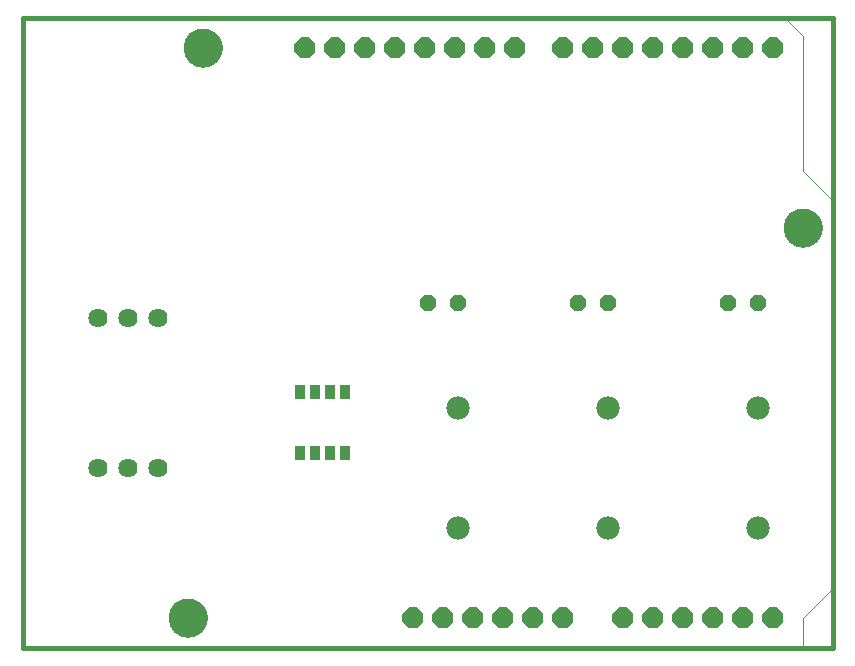
<source format=gts>
G75*
%MOIN*%
%OFA0B0*%
%FSLAX25Y25*%
%IPPOS*%
%LPD*%
%AMOC8*
5,1,8,0,0,1.08239X$1,22.5*
%
%ADD10C,0.01600*%
%ADD11C,0.06400*%
%ADD12OC8,0.05600*%
%ADD13C,0.07800*%
%ADD14C,0.00000*%
%ADD15OC8,0.07000*%
%ADD16C,0.12998*%
%ADD17R,0.03400X0.04900*%
D10*
X0027000Y0005000D02*
X0297000Y0005000D01*
X0297000Y0215000D01*
X0027000Y0215000D01*
X0027000Y0005000D01*
D11*
X0052000Y0065000D03*
X0062000Y0065000D03*
X0072000Y0065000D03*
X0072000Y0115000D03*
X0062000Y0115000D03*
X0052000Y0115000D03*
D12*
X0162000Y0120000D03*
X0172000Y0120000D03*
X0212000Y0120000D03*
X0222000Y0120000D03*
X0262000Y0120000D03*
X0272000Y0120000D03*
D13*
X0272000Y0085000D03*
X0222000Y0085000D03*
X0172000Y0085000D03*
X0172000Y0045000D03*
X0222000Y0045000D03*
X0272000Y0045000D03*
D14*
X0027000Y0005000D02*
X0027000Y0215000D01*
X0281000Y0215000D01*
X0287000Y0209000D01*
X0287000Y0164000D01*
X0297000Y0154000D01*
X0297000Y0025000D01*
X0287000Y0015000D01*
X0287000Y0005000D01*
X0027000Y0005000D01*
X0075701Y0015000D02*
X0075703Y0015158D01*
X0075709Y0015316D01*
X0075719Y0015474D01*
X0075733Y0015632D01*
X0075751Y0015789D01*
X0075772Y0015946D01*
X0075798Y0016102D01*
X0075828Y0016258D01*
X0075861Y0016413D01*
X0075899Y0016566D01*
X0075940Y0016719D01*
X0075985Y0016871D01*
X0076034Y0017022D01*
X0076087Y0017171D01*
X0076143Y0017319D01*
X0076203Y0017465D01*
X0076267Y0017610D01*
X0076335Y0017753D01*
X0076406Y0017895D01*
X0076480Y0018035D01*
X0076558Y0018172D01*
X0076640Y0018308D01*
X0076724Y0018442D01*
X0076813Y0018573D01*
X0076904Y0018702D01*
X0076999Y0018829D01*
X0077096Y0018954D01*
X0077197Y0019076D01*
X0077301Y0019195D01*
X0077408Y0019312D01*
X0077518Y0019426D01*
X0077631Y0019537D01*
X0077746Y0019646D01*
X0077864Y0019751D01*
X0077985Y0019853D01*
X0078108Y0019953D01*
X0078234Y0020049D01*
X0078362Y0020142D01*
X0078492Y0020232D01*
X0078625Y0020318D01*
X0078760Y0020402D01*
X0078896Y0020481D01*
X0079035Y0020558D01*
X0079176Y0020630D01*
X0079318Y0020700D01*
X0079462Y0020765D01*
X0079608Y0020827D01*
X0079755Y0020885D01*
X0079904Y0020940D01*
X0080054Y0020991D01*
X0080205Y0021038D01*
X0080357Y0021081D01*
X0080510Y0021120D01*
X0080665Y0021156D01*
X0080820Y0021187D01*
X0080976Y0021215D01*
X0081132Y0021239D01*
X0081289Y0021259D01*
X0081447Y0021275D01*
X0081604Y0021287D01*
X0081763Y0021295D01*
X0081921Y0021299D01*
X0082079Y0021299D01*
X0082237Y0021295D01*
X0082396Y0021287D01*
X0082553Y0021275D01*
X0082711Y0021259D01*
X0082868Y0021239D01*
X0083024Y0021215D01*
X0083180Y0021187D01*
X0083335Y0021156D01*
X0083490Y0021120D01*
X0083643Y0021081D01*
X0083795Y0021038D01*
X0083946Y0020991D01*
X0084096Y0020940D01*
X0084245Y0020885D01*
X0084392Y0020827D01*
X0084538Y0020765D01*
X0084682Y0020700D01*
X0084824Y0020630D01*
X0084965Y0020558D01*
X0085104Y0020481D01*
X0085240Y0020402D01*
X0085375Y0020318D01*
X0085508Y0020232D01*
X0085638Y0020142D01*
X0085766Y0020049D01*
X0085892Y0019953D01*
X0086015Y0019853D01*
X0086136Y0019751D01*
X0086254Y0019646D01*
X0086369Y0019537D01*
X0086482Y0019426D01*
X0086592Y0019312D01*
X0086699Y0019195D01*
X0086803Y0019076D01*
X0086904Y0018954D01*
X0087001Y0018829D01*
X0087096Y0018702D01*
X0087187Y0018573D01*
X0087276Y0018442D01*
X0087360Y0018308D01*
X0087442Y0018172D01*
X0087520Y0018035D01*
X0087594Y0017895D01*
X0087665Y0017753D01*
X0087733Y0017610D01*
X0087797Y0017465D01*
X0087857Y0017319D01*
X0087913Y0017171D01*
X0087966Y0017022D01*
X0088015Y0016871D01*
X0088060Y0016719D01*
X0088101Y0016566D01*
X0088139Y0016413D01*
X0088172Y0016258D01*
X0088202Y0016102D01*
X0088228Y0015946D01*
X0088249Y0015789D01*
X0088267Y0015632D01*
X0088281Y0015474D01*
X0088291Y0015316D01*
X0088297Y0015158D01*
X0088299Y0015000D01*
X0088297Y0014842D01*
X0088291Y0014684D01*
X0088281Y0014526D01*
X0088267Y0014368D01*
X0088249Y0014211D01*
X0088228Y0014054D01*
X0088202Y0013898D01*
X0088172Y0013742D01*
X0088139Y0013587D01*
X0088101Y0013434D01*
X0088060Y0013281D01*
X0088015Y0013129D01*
X0087966Y0012978D01*
X0087913Y0012829D01*
X0087857Y0012681D01*
X0087797Y0012535D01*
X0087733Y0012390D01*
X0087665Y0012247D01*
X0087594Y0012105D01*
X0087520Y0011965D01*
X0087442Y0011828D01*
X0087360Y0011692D01*
X0087276Y0011558D01*
X0087187Y0011427D01*
X0087096Y0011298D01*
X0087001Y0011171D01*
X0086904Y0011046D01*
X0086803Y0010924D01*
X0086699Y0010805D01*
X0086592Y0010688D01*
X0086482Y0010574D01*
X0086369Y0010463D01*
X0086254Y0010354D01*
X0086136Y0010249D01*
X0086015Y0010147D01*
X0085892Y0010047D01*
X0085766Y0009951D01*
X0085638Y0009858D01*
X0085508Y0009768D01*
X0085375Y0009682D01*
X0085240Y0009598D01*
X0085104Y0009519D01*
X0084965Y0009442D01*
X0084824Y0009370D01*
X0084682Y0009300D01*
X0084538Y0009235D01*
X0084392Y0009173D01*
X0084245Y0009115D01*
X0084096Y0009060D01*
X0083946Y0009009D01*
X0083795Y0008962D01*
X0083643Y0008919D01*
X0083490Y0008880D01*
X0083335Y0008844D01*
X0083180Y0008813D01*
X0083024Y0008785D01*
X0082868Y0008761D01*
X0082711Y0008741D01*
X0082553Y0008725D01*
X0082396Y0008713D01*
X0082237Y0008705D01*
X0082079Y0008701D01*
X0081921Y0008701D01*
X0081763Y0008705D01*
X0081604Y0008713D01*
X0081447Y0008725D01*
X0081289Y0008741D01*
X0081132Y0008761D01*
X0080976Y0008785D01*
X0080820Y0008813D01*
X0080665Y0008844D01*
X0080510Y0008880D01*
X0080357Y0008919D01*
X0080205Y0008962D01*
X0080054Y0009009D01*
X0079904Y0009060D01*
X0079755Y0009115D01*
X0079608Y0009173D01*
X0079462Y0009235D01*
X0079318Y0009300D01*
X0079176Y0009370D01*
X0079035Y0009442D01*
X0078896Y0009519D01*
X0078760Y0009598D01*
X0078625Y0009682D01*
X0078492Y0009768D01*
X0078362Y0009858D01*
X0078234Y0009951D01*
X0078108Y0010047D01*
X0077985Y0010147D01*
X0077864Y0010249D01*
X0077746Y0010354D01*
X0077631Y0010463D01*
X0077518Y0010574D01*
X0077408Y0010688D01*
X0077301Y0010805D01*
X0077197Y0010924D01*
X0077096Y0011046D01*
X0076999Y0011171D01*
X0076904Y0011298D01*
X0076813Y0011427D01*
X0076724Y0011558D01*
X0076640Y0011692D01*
X0076558Y0011828D01*
X0076480Y0011965D01*
X0076406Y0012105D01*
X0076335Y0012247D01*
X0076267Y0012390D01*
X0076203Y0012535D01*
X0076143Y0012681D01*
X0076087Y0012829D01*
X0076034Y0012978D01*
X0075985Y0013129D01*
X0075940Y0013281D01*
X0075899Y0013434D01*
X0075861Y0013587D01*
X0075828Y0013742D01*
X0075798Y0013898D01*
X0075772Y0014054D01*
X0075751Y0014211D01*
X0075733Y0014368D01*
X0075719Y0014526D01*
X0075709Y0014684D01*
X0075703Y0014842D01*
X0075701Y0015000D01*
X0280701Y0145000D02*
X0280703Y0145158D01*
X0280709Y0145316D01*
X0280719Y0145474D01*
X0280733Y0145632D01*
X0280751Y0145789D01*
X0280772Y0145946D01*
X0280798Y0146102D01*
X0280828Y0146258D01*
X0280861Y0146413D01*
X0280899Y0146566D01*
X0280940Y0146719D01*
X0280985Y0146871D01*
X0281034Y0147022D01*
X0281087Y0147171D01*
X0281143Y0147319D01*
X0281203Y0147465D01*
X0281267Y0147610D01*
X0281335Y0147753D01*
X0281406Y0147895D01*
X0281480Y0148035D01*
X0281558Y0148172D01*
X0281640Y0148308D01*
X0281724Y0148442D01*
X0281813Y0148573D01*
X0281904Y0148702D01*
X0281999Y0148829D01*
X0282096Y0148954D01*
X0282197Y0149076D01*
X0282301Y0149195D01*
X0282408Y0149312D01*
X0282518Y0149426D01*
X0282631Y0149537D01*
X0282746Y0149646D01*
X0282864Y0149751D01*
X0282985Y0149853D01*
X0283108Y0149953D01*
X0283234Y0150049D01*
X0283362Y0150142D01*
X0283492Y0150232D01*
X0283625Y0150318D01*
X0283760Y0150402D01*
X0283896Y0150481D01*
X0284035Y0150558D01*
X0284176Y0150630D01*
X0284318Y0150700D01*
X0284462Y0150765D01*
X0284608Y0150827D01*
X0284755Y0150885D01*
X0284904Y0150940D01*
X0285054Y0150991D01*
X0285205Y0151038D01*
X0285357Y0151081D01*
X0285510Y0151120D01*
X0285665Y0151156D01*
X0285820Y0151187D01*
X0285976Y0151215D01*
X0286132Y0151239D01*
X0286289Y0151259D01*
X0286447Y0151275D01*
X0286604Y0151287D01*
X0286763Y0151295D01*
X0286921Y0151299D01*
X0287079Y0151299D01*
X0287237Y0151295D01*
X0287396Y0151287D01*
X0287553Y0151275D01*
X0287711Y0151259D01*
X0287868Y0151239D01*
X0288024Y0151215D01*
X0288180Y0151187D01*
X0288335Y0151156D01*
X0288490Y0151120D01*
X0288643Y0151081D01*
X0288795Y0151038D01*
X0288946Y0150991D01*
X0289096Y0150940D01*
X0289245Y0150885D01*
X0289392Y0150827D01*
X0289538Y0150765D01*
X0289682Y0150700D01*
X0289824Y0150630D01*
X0289965Y0150558D01*
X0290104Y0150481D01*
X0290240Y0150402D01*
X0290375Y0150318D01*
X0290508Y0150232D01*
X0290638Y0150142D01*
X0290766Y0150049D01*
X0290892Y0149953D01*
X0291015Y0149853D01*
X0291136Y0149751D01*
X0291254Y0149646D01*
X0291369Y0149537D01*
X0291482Y0149426D01*
X0291592Y0149312D01*
X0291699Y0149195D01*
X0291803Y0149076D01*
X0291904Y0148954D01*
X0292001Y0148829D01*
X0292096Y0148702D01*
X0292187Y0148573D01*
X0292276Y0148442D01*
X0292360Y0148308D01*
X0292442Y0148172D01*
X0292520Y0148035D01*
X0292594Y0147895D01*
X0292665Y0147753D01*
X0292733Y0147610D01*
X0292797Y0147465D01*
X0292857Y0147319D01*
X0292913Y0147171D01*
X0292966Y0147022D01*
X0293015Y0146871D01*
X0293060Y0146719D01*
X0293101Y0146566D01*
X0293139Y0146413D01*
X0293172Y0146258D01*
X0293202Y0146102D01*
X0293228Y0145946D01*
X0293249Y0145789D01*
X0293267Y0145632D01*
X0293281Y0145474D01*
X0293291Y0145316D01*
X0293297Y0145158D01*
X0293299Y0145000D01*
X0293297Y0144842D01*
X0293291Y0144684D01*
X0293281Y0144526D01*
X0293267Y0144368D01*
X0293249Y0144211D01*
X0293228Y0144054D01*
X0293202Y0143898D01*
X0293172Y0143742D01*
X0293139Y0143587D01*
X0293101Y0143434D01*
X0293060Y0143281D01*
X0293015Y0143129D01*
X0292966Y0142978D01*
X0292913Y0142829D01*
X0292857Y0142681D01*
X0292797Y0142535D01*
X0292733Y0142390D01*
X0292665Y0142247D01*
X0292594Y0142105D01*
X0292520Y0141965D01*
X0292442Y0141828D01*
X0292360Y0141692D01*
X0292276Y0141558D01*
X0292187Y0141427D01*
X0292096Y0141298D01*
X0292001Y0141171D01*
X0291904Y0141046D01*
X0291803Y0140924D01*
X0291699Y0140805D01*
X0291592Y0140688D01*
X0291482Y0140574D01*
X0291369Y0140463D01*
X0291254Y0140354D01*
X0291136Y0140249D01*
X0291015Y0140147D01*
X0290892Y0140047D01*
X0290766Y0139951D01*
X0290638Y0139858D01*
X0290508Y0139768D01*
X0290375Y0139682D01*
X0290240Y0139598D01*
X0290104Y0139519D01*
X0289965Y0139442D01*
X0289824Y0139370D01*
X0289682Y0139300D01*
X0289538Y0139235D01*
X0289392Y0139173D01*
X0289245Y0139115D01*
X0289096Y0139060D01*
X0288946Y0139009D01*
X0288795Y0138962D01*
X0288643Y0138919D01*
X0288490Y0138880D01*
X0288335Y0138844D01*
X0288180Y0138813D01*
X0288024Y0138785D01*
X0287868Y0138761D01*
X0287711Y0138741D01*
X0287553Y0138725D01*
X0287396Y0138713D01*
X0287237Y0138705D01*
X0287079Y0138701D01*
X0286921Y0138701D01*
X0286763Y0138705D01*
X0286604Y0138713D01*
X0286447Y0138725D01*
X0286289Y0138741D01*
X0286132Y0138761D01*
X0285976Y0138785D01*
X0285820Y0138813D01*
X0285665Y0138844D01*
X0285510Y0138880D01*
X0285357Y0138919D01*
X0285205Y0138962D01*
X0285054Y0139009D01*
X0284904Y0139060D01*
X0284755Y0139115D01*
X0284608Y0139173D01*
X0284462Y0139235D01*
X0284318Y0139300D01*
X0284176Y0139370D01*
X0284035Y0139442D01*
X0283896Y0139519D01*
X0283760Y0139598D01*
X0283625Y0139682D01*
X0283492Y0139768D01*
X0283362Y0139858D01*
X0283234Y0139951D01*
X0283108Y0140047D01*
X0282985Y0140147D01*
X0282864Y0140249D01*
X0282746Y0140354D01*
X0282631Y0140463D01*
X0282518Y0140574D01*
X0282408Y0140688D01*
X0282301Y0140805D01*
X0282197Y0140924D01*
X0282096Y0141046D01*
X0281999Y0141171D01*
X0281904Y0141298D01*
X0281813Y0141427D01*
X0281724Y0141558D01*
X0281640Y0141692D01*
X0281558Y0141828D01*
X0281480Y0141965D01*
X0281406Y0142105D01*
X0281335Y0142247D01*
X0281267Y0142390D01*
X0281203Y0142535D01*
X0281143Y0142681D01*
X0281087Y0142829D01*
X0281034Y0142978D01*
X0280985Y0143129D01*
X0280940Y0143281D01*
X0280899Y0143434D01*
X0280861Y0143587D01*
X0280828Y0143742D01*
X0280798Y0143898D01*
X0280772Y0144054D01*
X0280751Y0144211D01*
X0280733Y0144368D01*
X0280719Y0144526D01*
X0280709Y0144684D01*
X0280703Y0144842D01*
X0280701Y0145000D01*
X0080701Y0205000D02*
X0080703Y0205158D01*
X0080709Y0205316D01*
X0080719Y0205474D01*
X0080733Y0205632D01*
X0080751Y0205789D01*
X0080772Y0205946D01*
X0080798Y0206102D01*
X0080828Y0206258D01*
X0080861Y0206413D01*
X0080899Y0206566D01*
X0080940Y0206719D01*
X0080985Y0206871D01*
X0081034Y0207022D01*
X0081087Y0207171D01*
X0081143Y0207319D01*
X0081203Y0207465D01*
X0081267Y0207610D01*
X0081335Y0207753D01*
X0081406Y0207895D01*
X0081480Y0208035D01*
X0081558Y0208172D01*
X0081640Y0208308D01*
X0081724Y0208442D01*
X0081813Y0208573D01*
X0081904Y0208702D01*
X0081999Y0208829D01*
X0082096Y0208954D01*
X0082197Y0209076D01*
X0082301Y0209195D01*
X0082408Y0209312D01*
X0082518Y0209426D01*
X0082631Y0209537D01*
X0082746Y0209646D01*
X0082864Y0209751D01*
X0082985Y0209853D01*
X0083108Y0209953D01*
X0083234Y0210049D01*
X0083362Y0210142D01*
X0083492Y0210232D01*
X0083625Y0210318D01*
X0083760Y0210402D01*
X0083896Y0210481D01*
X0084035Y0210558D01*
X0084176Y0210630D01*
X0084318Y0210700D01*
X0084462Y0210765D01*
X0084608Y0210827D01*
X0084755Y0210885D01*
X0084904Y0210940D01*
X0085054Y0210991D01*
X0085205Y0211038D01*
X0085357Y0211081D01*
X0085510Y0211120D01*
X0085665Y0211156D01*
X0085820Y0211187D01*
X0085976Y0211215D01*
X0086132Y0211239D01*
X0086289Y0211259D01*
X0086447Y0211275D01*
X0086604Y0211287D01*
X0086763Y0211295D01*
X0086921Y0211299D01*
X0087079Y0211299D01*
X0087237Y0211295D01*
X0087396Y0211287D01*
X0087553Y0211275D01*
X0087711Y0211259D01*
X0087868Y0211239D01*
X0088024Y0211215D01*
X0088180Y0211187D01*
X0088335Y0211156D01*
X0088490Y0211120D01*
X0088643Y0211081D01*
X0088795Y0211038D01*
X0088946Y0210991D01*
X0089096Y0210940D01*
X0089245Y0210885D01*
X0089392Y0210827D01*
X0089538Y0210765D01*
X0089682Y0210700D01*
X0089824Y0210630D01*
X0089965Y0210558D01*
X0090104Y0210481D01*
X0090240Y0210402D01*
X0090375Y0210318D01*
X0090508Y0210232D01*
X0090638Y0210142D01*
X0090766Y0210049D01*
X0090892Y0209953D01*
X0091015Y0209853D01*
X0091136Y0209751D01*
X0091254Y0209646D01*
X0091369Y0209537D01*
X0091482Y0209426D01*
X0091592Y0209312D01*
X0091699Y0209195D01*
X0091803Y0209076D01*
X0091904Y0208954D01*
X0092001Y0208829D01*
X0092096Y0208702D01*
X0092187Y0208573D01*
X0092276Y0208442D01*
X0092360Y0208308D01*
X0092442Y0208172D01*
X0092520Y0208035D01*
X0092594Y0207895D01*
X0092665Y0207753D01*
X0092733Y0207610D01*
X0092797Y0207465D01*
X0092857Y0207319D01*
X0092913Y0207171D01*
X0092966Y0207022D01*
X0093015Y0206871D01*
X0093060Y0206719D01*
X0093101Y0206566D01*
X0093139Y0206413D01*
X0093172Y0206258D01*
X0093202Y0206102D01*
X0093228Y0205946D01*
X0093249Y0205789D01*
X0093267Y0205632D01*
X0093281Y0205474D01*
X0093291Y0205316D01*
X0093297Y0205158D01*
X0093299Y0205000D01*
X0093297Y0204842D01*
X0093291Y0204684D01*
X0093281Y0204526D01*
X0093267Y0204368D01*
X0093249Y0204211D01*
X0093228Y0204054D01*
X0093202Y0203898D01*
X0093172Y0203742D01*
X0093139Y0203587D01*
X0093101Y0203434D01*
X0093060Y0203281D01*
X0093015Y0203129D01*
X0092966Y0202978D01*
X0092913Y0202829D01*
X0092857Y0202681D01*
X0092797Y0202535D01*
X0092733Y0202390D01*
X0092665Y0202247D01*
X0092594Y0202105D01*
X0092520Y0201965D01*
X0092442Y0201828D01*
X0092360Y0201692D01*
X0092276Y0201558D01*
X0092187Y0201427D01*
X0092096Y0201298D01*
X0092001Y0201171D01*
X0091904Y0201046D01*
X0091803Y0200924D01*
X0091699Y0200805D01*
X0091592Y0200688D01*
X0091482Y0200574D01*
X0091369Y0200463D01*
X0091254Y0200354D01*
X0091136Y0200249D01*
X0091015Y0200147D01*
X0090892Y0200047D01*
X0090766Y0199951D01*
X0090638Y0199858D01*
X0090508Y0199768D01*
X0090375Y0199682D01*
X0090240Y0199598D01*
X0090104Y0199519D01*
X0089965Y0199442D01*
X0089824Y0199370D01*
X0089682Y0199300D01*
X0089538Y0199235D01*
X0089392Y0199173D01*
X0089245Y0199115D01*
X0089096Y0199060D01*
X0088946Y0199009D01*
X0088795Y0198962D01*
X0088643Y0198919D01*
X0088490Y0198880D01*
X0088335Y0198844D01*
X0088180Y0198813D01*
X0088024Y0198785D01*
X0087868Y0198761D01*
X0087711Y0198741D01*
X0087553Y0198725D01*
X0087396Y0198713D01*
X0087237Y0198705D01*
X0087079Y0198701D01*
X0086921Y0198701D01*
X0086763Y0198705D01*
X0086604Y0198713D01*
X0086447Y0198725D01*
X0086289Y0198741D01*
X0086132Y0198761D01*
X0085976Y0198785D01*
X0085820Y0198813D01*
X0085665Y0198844D01*
X0085510Y0198880D01*
X0085357Y0198919D01*
X0085205Y0198962D01*
X0085054Y0199009D01*
X0084904Y0199060D01*
X0084755Y0199115D01*
X0084608Y0199173D01*
X0084462Y0199235D01*
X0084318Y0199300D01*
X0084176Y0199370D01*
X0084035Y0199442D01*
X0083896Y0199519D01*
X0083760Y0199598D01*
X0083625Y0199682D01*
X0083492Y0199768D01*
X0083362Y0199858D01*
X0083234Y0199951D01*
X0083108Y0200047D01*
X0082985Y0200147D01*
X0082864Y0200249D01*
X0082746Y0200354D01*
X0082631Y0200463D01*
X0082518Y0200574D01*
X0082408Y0200688D01*
X0082301Y0200805D01*
X0082197Y0200924D01*
X0082096Y0201046D01*
X0081999Y0201171D01*
X0081904Y0201298D01*
X0081813Y0201427D01*
X0081724Y0201558D01*
X0081640Y0201692D01*
X0081558Y0201828D01*
X0081480Y0201965D01*
X0081406Y0202105D01*
X0081335Y0202247D01*
X0081267Y0202390D01*
X0081203Y0202535D01*
X0081143Y0202681D01*
X0081087Y0202829D01*
X0081034Y0202978D01*
X0080985Y0203129D01*
X0080940Y0203281D01*
X0080899Y0203434D01*
X0080861Y0203587D01*
X0080828Y0203742D01*
X0080798Y0203898D01*
X0080772Y0204054D01*
X0080751Y0204211D01*
X0080733Y0204368D01*
X0080719Y0204526D01*
X0080709Y0204684D01*
X0080703Y0204842D01*
X0080701Y0205000D01*
D15*
X0121000Y0205000D03*
X0131000Y0205000D03*
X0141000Y0205000D03*
X0151000Y0205000D03*
X0161000Y0205000D03*
X0171000Y0205000D03*
X0181000Y0205000D03*
X0191000Y0205000D03*
X0207000Y0205000D03*
X0217000Y0205000D03*
X0227000Y0205000D03*
X0237000Y0205000D03*
X0247000Y0205000D03*
X0257000Y0205000D03*
X0267000Y0205000D03*
X0277000Y0205000D03*
X0277000Y0015000D03*
X0267000Y0015000D03*
X0257000Y0015000D03*
X0247000Y0015000D03*
X0237000Y0015000D03*
X0227000Y0015000D03*
X0207000Y0015000D03*
X0197000Y0015000D03*
X0187000Y0015000D03*
X0177000Y0015000D03*
X0167000Y0015000D03*
X0157000Y0015000D03*
D16*
X0082000Y0015000D03*
X0287000Y0145000D03*
X0087000Y0205000D03*
D17*
X0119500Y0090236D03*
X0124500Y0090236D03*
X0129500Y0090236D03*
X0134500Y0090236D03*
X0134500Y0069764D03*
X0129500Y0069764D03*
X0124500Y0069764D03*
X0119500Y0069764D03*
M02*

</source>
